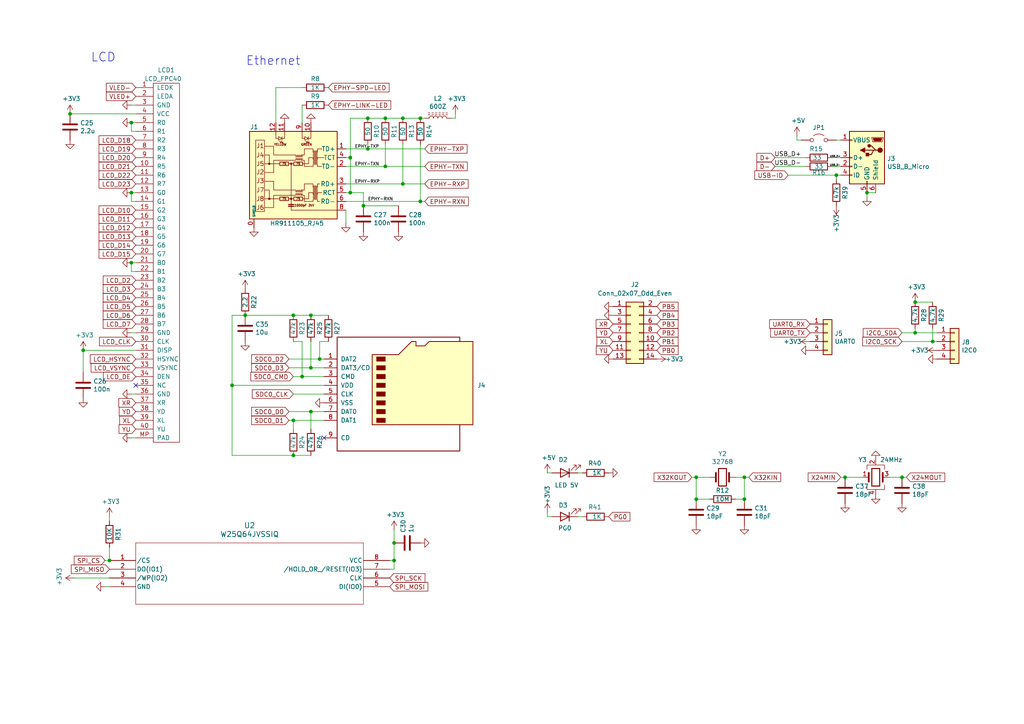
<source format=kicad_sch>
(kicad_sch (version 20231120) (generator "eeschema") (generator_version "8.0")
  (paper "A4")
  (title_block (title "Kaage Pi") (company "Abhilash") (comment 1 "https://github.com/abhilashsagar"))
  (lib_symbols
    (symbol "2025-03-08_08-51-48:W25Q64JVSSIQ" (pin_names (offset 0.254))
      (property "Reference" "U2" (at 40.64 10.16 0))
      (property "Value" "W25Q64JVSSIQ" (at 40.64 7.62 0))
      (symbol "W25Q64JVSSIQ_0_1"
        (pin unspecified line (at 0 0 0) (length 7.62) (name "/CS") (number "1"))
        (pin unspecified line (at 0 -2.54 0) (length 7.62) (name "DO(IO1)") (number "2"))
        (pin unspecified line (at 0 -5.08 0) (length 7.62) (name "/WP(IO2)") (number "3"))
        (pin power_in line (at 0 -7.62 0) (length 7.62) (name "GND") (number "4"))
        (pin unspecified line (at 81.28 -7.62 180) (length 7.62) (name "DI(IO0)") (number "5"))
        (pin unspecified line (at 81.28 -5.08 180) (length 7.62) (name "CLK") (number "6"))
        (pin unspecified line (at 81.28 -2.54 180) (length 7.62) (name "/HOLD_OR_/RESET(IO3)") (number "7"))
        (pin power_in line (at 81.28 0 180) (length 7.62) (name "VCC") (number "8"))
      )
    )
    (symbol "Connector_Generic:Conn_01x04" (pin_names (offset 1.016) hide)
      (property "Reference" "J" (at 0 5.08 0))
      (property "Value" "Conn_01x04" (at 0 -7.62 0))
      (symbol "Conn_01x04_1_1"
        (pin passive line (at -5.08 2.54 0) (length 3.81) (name "Pin_1") (number "1"))
        (pin passive line (at -5.08 0 0) (length 3.81) (name "Pin_2") (number "2"))
        (pin passive line (at -5.08 -2.54 0) (length 3.81) (name "Pin_3") (number "3"))
        (pin passive line (at -5.08 -5.08 0) (length 3.81) (name "Pin_4") (number "4"))
      )
    )
    (symbol "Connector_Generic:Conn_02x07_Odd_Even" (pin_names (offset 1.016) hide)
      (property "Reference" "J" (at 1.27 10.16 0))
      (property "Value" "Conn_02x07_Odd_Even" (at 1.27 -10.16 0))
      (symbol "Conn_02x07_Odd_Even_1_1"
        (pin passive line (at -5.08 7.62 0) (length 3.81) (name "Pin_1") (number "1"))
        (pin passive line (at 7.62 -2.54 180) (length 3.81) (name "Pin_10") (number "10"))
        (pin passive line (at -5.08 -5.08 0) (length 3.81) (name "Pin_11") (number "11"))
        (pin passive line (at 7.62 -5.08 180) (length 3.81) (name "Pin_12") (number "12"))
        (pin passive line (at -5.08 -7.62 0) (length 3.81) (name "Pin_13") (number "13"))
        (pin passive line (at 7.62 -7.62 180) (length 3.81) (name "Pin_14") (number "14"))
        (pin passive line (at 7.62 7.62 180) (length 3.81) (name "Pin_2") (number "2"))
        (pin passive line (at -5.08 5.08 0) (length 3.81) (name "Pin_3") (number "3"))
        (pin passive line (at 7.62 5.08 180) (length 3.81) (name "Pin_4") (number "4"))
        (pin passive line (at -5.08 2.54 0) (length 3.81) (name "Pin_5") (number "5"))
        (pin passive line (at 7.62 2.54 180) (length 3.81) (name "Pin_6") (number "6"))
        (pin passive line (at -5.08 0 0) (length 3.81) (name "Pin_7") (number "7"))
        (pin passive line (at 7.62 0 180) (length 3.81) (name "Pin_8") (number "8"))
        (pin passive line (at -5.08 -2.54 0) (length 3.81) (name "Pin_9") (number "9"))
      )
    )
    (symbol "Device:C" (pin_numbers hide) (pin_names (offset 0.254))
      (property "Reference" "C" (at 0.635 2.54 0))
      (property "Value" "C" (at 0.635 -2.54 0))
      (symbol "C_1_1"
        (pin passive line (at 0 3.81 270) (length 2.794) (name "~") (number "1"))
        (pin passive line (at 0 -3.81 90) (length 2.794) (name "~") (number "2"))
      )
    )
    (symbol "Device:Crystal" (pin_numbers hide) (pin_names (offset 1.016) hide)
      (property "Reference" "Y" (at 0 3.81 0))
      (property "Value" "Crystal" (at 0 -3.81 0))
      (symbol "Crystal_1_1"
        (pin passive line (at -3.81 0 0) (length 1.27) (name "1") (number "1"))
        (pin passive line (at 3.81 0 180) (length 1.27) (name "2") (number "2"))
      )
    )
    (symbol "Device:Crystal_GND24" (pin_names (offset 1.016) hide)
      (property "Reference" "Y" (at 3.175 5.08 0))
      (property "Value" "Crystal_GND24" (at 3.175 3.175 0))
      (symbol "Crystal_GND24_1_1"
        (pin passive line (at -3.81 0 0) (length 1.27) (name "1") (number "1"))
        (pin passive line (at 0 5.08 270) (length 1.27) (name "2") (number "2"))
        (pin passive line (at 3.81 0 180) (length 1.27) (name "3") (number "3"))
        (pin passive line (at 0 -5.08 90) (length 1.27) (name "4") (number "4"))
      )
    )
    (symbol "Device:LED" (pin_numbers hide) (pin_names (offset 1.016) hide)
      (property "Reference" "D" (at 0 2.54 0))
      (property "Value" "LED" (at 0 -2.54 0))
      (symbol "LED_1_1"
        (pin passive line (at -3.81 0 0) (length 2.54) (name "K") (number "1"))
        (pin passive line (at 3.81 0 180) (length 2.54) (name "A") (number "2"))
      )
    )
    (symbol "Device:R" (pin_numbers hide) (pin_names (offset 0))
      (property "Reference" "R" (at 2.032 0 90))
      (property "Value" "R" (at 0 0 90))
      (symbol "R_1_1"
        (pin passive line (at 0 3.81 270) (length 1.27) (name "~") (number "1"))
        (pin passive line (at 0 -3.81 90) (length 1.27) (name "~") (number "2"))
      )
    )
    (symbol "Jumper:Jumper_2_Open" (pin_numbers hide) (pin_names (offset 0) hide) (exclude_from_sim yes)
      (property "Reference" "JP" (at 0 2.794 0))
      (property "Value" "Jumper_2_Open" (at 0 -2.286 0))
      (symbol "Jumper_2_Open_1_1"
        (pin passive line (at -5.08 0 0) (length 2.54) (name "A") (number "1"))
        (pin passive line (at 5.08 0 180) (length 2.54) (name "B") (number "2"))
      )
    )
    (symbol "balmer_allwinner_v3s_v2-rescue:+3V3-power" (power) (pin_names (offset 0))
      (property "Value" "power_+3V3" (at 0 3.556 0))
      (symbol "+3V3-power_1_1"
        (pin power_in line (at 0 0 90) (length 0) hide (name "+3V3") (number "1"))
      )
    )
    (symbol "balmer_allwinner_v3s_v2-rescue:+5V-power" (power) (pin_names (offset 0))
      (property "Value" "power_+5V" (at 0 3.556 0))
      (symbol "+5V-power_1_1"
        (pin power_in line (at 0 0 90) (length 0) hide (name "+5V") (number "1"))
      )
    )
    (symbol "balmer_allwinner_v3s_v2-rescue:GND-power" (power) (pin_names (offset 0))
      (property "Value" "power_GND" (at 0 -3.81 0))
      (symbol "GND-power_1_1"
        (pin power_in line (at 0 0 270) (length 0) hide (name "GND") (number "1"))
      )
    )
    (symbol "balmer_allwinner_v3s_v2-rescue:HR911105_RJ45-hr911105_rj45"
      (property "Reference" "J" (at 12.7 13.97 0))
      (property "Value" "hr911105_rj45_HR911105_RJ45" (at -1.27 -13.97 0))
      (symbol "HR911105_RJ45-hr911105_rj45_0_0"
        (text "1000pF 2kV" (at 3.175 -8.763 0) (effects (font (size 0.635 0.635))))
        (text "75" (at -2.667 -6.858 0) (effects (font (size 0.635 0.635))))
        (text "75" (at -2.667 3.302 0) (effects (font (size 0.635 0.635))))
        (text "75" (at 1.397 -6.858 0) (effects (font (size 0.635 0.635))))
        (text "75" (at 1.397 3.302 0) (effects (font (size 0.635 0.635))))
        (text "GREEN" (at 3.81 8.89 0) (effects (font (size 0.635 0.635))))
        (text "J1" (at -10.795 8.509 0) (effects (font (size 1.27 1.27)) (justify left)))
        (text "J2" (at -10.795 0.889 0) (effects (font (size 1.27 1.27)) (justify left)))
        (text "J3" (at -10.795 -1.651 0) (effects (font (size 1.27 1.27)) (justify left)))
        (text "J4" (at -10.795 5.842 0) (effects (font (size 1.27 1.27)) (justify left)))
        (text "J5" (at -10.795 3.302 0) (effects (font (size 1.27 1.27)) (justify left)))
        (text "J6" (at -10.795 -9.398 0) (effects (font (size 1.27 1.27)) (justify left)))
        (text "J7" (at -10.795 -4.318 0) (effects (font (size 1.27 1.27)) (justify left)))
        (text "J8" (at -10.795 -6.858 0) (effects (font (size 1.27 1.27)) (justify left)))
        (text "YELLOW" (at -3.81 8.89 0) (effects (font (size 0.635 0.635))))
      )
      (symbol "HR911105_RJ45-hr911105_rj45_1_1"
        (pin passive line (at -11.43 -15.24 90) (length 2.54) (name "SHIELD") (number "0"))
        (pin passive line (at 15.24 7.62 180) (length 2.54) (name "TD+") (number "1"))
        (pin passive line (at 5.08 15.24 270) (length 2.54) (name "~") (number "10"))
        (pin passive line (at -2.54 15.24 270) (length 2.54) (name "~") (number "11"))
        (pin passive line (at -5.08 15.24 270) (length 2.54) (name "~") (number "12"))
        (pin passive line (at 15.24 2.54 180) (length 2.54) (name "TD-") (number "2"))
        (pin passive line (at 15.24 -2.54 180) (length 2.54) (name "RD+") (number "3"))
        (pin passive line (at 15.24 5.08 180) (length 2.54) (name "TCT") (number "4"))
        (pin passive line (at 15.24 -5.08 180) (length 2.54) (name "RCT") (number "5"))
        (pin passive line (at 15.24 -7.62 180) (length 2.54) (name "RD-") (number "6"))
        (pin passive line (at 15.24 -10.16 180) (length 2.54) (name "~") (number "8"))
        (pin passive line (at 2.54 15.24 270) (length 2.54) (name "~") (number "9"))
      )
    )
    (symbol "balmer_allwinner_v3s_v2-rescue:LCD_FPC40-balmer" (pin_names (offset 1.016))
      (property "Reference" "LCD" (at -3.81 54.61 0))
      (property "Value" "balmer_LCD_FPC40" (at -3.81 52.07 0))
      (symbol "LCD_FPC40-balmer_1_1"
        (pin input line (at -7.62 46.99 0) (length 5.08) (name "LEDK") (number "1"))
        (pin input line (at -7.62 24.13 0) (length 5.08) (name "R5") (number "10"))
        (pin input line (at -7.62 21.59 0) (length 5.08) (name "R6") (number "11"))
        (pin input line (at -7.62 19.05 0) (length 5.08) (name "R7") (number "12"))
        (pin input line (at -7.62 16.51 0) (length 5.08) (name "G0") (number "13"))
        (pin input line (at -7.62 13.97 0) (length 5.08) (name "G1") (number "14"))
        (pin input line (at -7.62 11.43 0) (length 5.08) (name "G2") (number "15"))
        (pin input line (at -7.62 8.89 0) (length 5.08) (name "G3") (number "16"))
        (pin input line (at -7.62 6.35 0) (length 5.08) (name "G4") (number "17"))
        (pin input line (at -7.62 3.81 0) (length 5.08) (name "G5") (number "18"))
        (pin input line (at -7.62 1.27 0) (length 5.08) (name "G6") (number "19"))
        (pin input line (at -7.62 44.45 0) (length 5.08) (name "LEDA") (number "2"))
        (pin input line (at -7.62 -1.27 0) (length 5.08) (name "G7") (number "20"))
        (pin input line (at -7.62 -3.81 0) (length 5.08) (name "B0") (number "21"))
        (pin input line (at -7.62 -6.35 0) (length 5.08) (name "B1") (number "22"))
        (pin input line (at -7.62 -8.89 0) (length 5.08) (name "B2") (number "23"))
        (pin input line (at -7.62 -11.43 0) (length 5.08) (name "B3") (number "24"))
        (pin input line (at -7.62 -13.97 0) (length 5.08) (name "B4") (number "25"))
        (pin input line (at -7.62 -16.51 0) (length 5.08) (name "B5") (number "26"))
        (pin input line (at -7.62 -19.05 0) (length 5.08) (name "B6") (number "27"))
        (pin input line (at -7.62 -21.59 0) (length 5.08) (name "B7") (number "28"))
        (pin input line (at -7.62 -24.13 0) (length 5.08) (name "GND") (number "29"))
        (pin input line (at -7.62 41.91 0) (length 5.08) (name "GND") (number "3"))
        (pin input line (at -7.62 -26.67 0) (length 5.08) (name "CLK") (number "30"))
        (pin input line (at -7.62 -29.21 0) (length 5.08) (name "DISP") (number "31"))
        (pin input line (at -7.62 -31.75 0) (length 5.08) (name "HSYNC") (number "32"))
        (pin input line (at -7.62 -34.29 0) (length 5.08) (name "VSYNC") (number "33"))
        (pin input line (at -7.62 -36.83 0) (length 5.08) (name "DEN") (number "34"))
        (pin input line (at -7.62 -39.37 0) (length 5.08) (name "NC") (number "35"))
        (pin input line (at -7.62 -41.91 0) (length 5.08) (name "GND") (number "36"))
        (pin input line (at -7.62 -44.45 0) (length 5.08) (name "XR") (number "37"))
        (pin input line (at -7.62 -46.99 0) (length 5.08) (name "YD") (number "38"))
        (pin input line (at -7.62 -49.53 0) (length 5.08) (name "XL") (number "39"))
        (pin input line (at -7.62 39.37 0) (length 5.08) (name "VCC") (number "4"))
        (pin input line (at -7.62 -52.07 0) (length 5.08) (name "YU") (number "40"))
        (pin input line (at -7.62 36.83 0) (length 5.08) (name "R0") (number "5"))
        (pin input line (at -7.62 34.29 0) (length 5.08) (name "R1") (number "6"))
        (pin input line (at -7.62 31.75 0) (length 5.08) (name "R2") (number "7"))
        (pin input line (at -7.62 29.21 0) (length 5.08) (name "R3") (number "8"))
        (pin input line (at -7.62 26.67 0) (length 5.08) (name "R4") (number "9"))
        (pin input line (at -7.62 -54.61 0) (length 5.08) (name "PAD") (number "MP"))
      )
    )
    (symbol "balmer_allwinner_v3s_v2-rescue:L_Core_Ferrite-Device" (pin_numbers hide) (pin_names (offset 1.016) hide)
      (property "Reference" "L" (at -1.27 0 90))
      (property "Value" "Device_L_Core_Ferrite" (at 2.794 0 90))
      (symbol "L_Core_Ferrite-Device_1_1"
        (pin passive line (at 0 3.81 270) (length 1.27) (name "1") (number "1"))
        (pin passive line (at 0 -3.81 90) (length 1.27) (name "2") (number "2"))
      )
    )
    (symbol "balmer_allwinner_v3s_v2-rescue:Micro_SD_Card_Ebay-balmer" (pin_names (offset 1.016))
      (property "Reference" "J" (at -16.51 17.78 0))
      (property "Value" "balmer_Micro_SD_Card_Ebay" (at 16.51 17.78 0))
      (symbol "Micro_SD_Card_Ebay-balmer_1_1"
        (pin bidirectional line (at -22.86 10.16 0) (length 3.81) (name "DAT2") (number "1"))
        (pin bidirectional line (at -22.86 7.62 0) (length 3.81) (name "DAT3/CD") (number "2"))
        (pin input line (at -22.86 5.08 0) (length 3.81) (name "CMD") (number "3"))
        (pin power_in line (at -22.86 2.54 0) (length 3.81) (name "VDD") (number "4"))
        (pin input line (at -22.86 0 0) (length 3.81) (name "CLK") (number "5"))
        (pin power_in line (at -22.86 -2.54 0) (length 3.81) (name "VSS") (number "6"))
        (pin bidirectional line (at -22.86 -5.08 0) (length 3.81) (name "DAT0") (number "7"))
        (pin bidirectional line (at -22.86 -7.62 0) (length 3.81) (name "DAT1") (number "8"))
        (pin passive line (at -22.86 -12.7 0) (length 3.81) (name "CD") (number "9"))
      )
    )
    (symbol "balmer_allwinner_v3s_v2-rescue:USB_B_Micro-Connector-balmer_allwinner_v3s-rescue" (pin_names (offset 1.016))
      (property "Reference" "J3" (at -5.842 -0.2794 0))
      (property "Value" "USB_B_Micro" (at -5.842 -2.5908 0))
      (symbol "USB_B_Micro-Connector-balmer_allwinner_v3s-rescue_1_1"
        (pin power_out line (at 7.62 5.08 180) (length 2.54) (name "VBUS") (number "1"))
        (pin passive line (at 7.62 -2.54 180) (length 2.54) (name "D-") (number "2"))
        (pin passive line (at 7.62 0 180) (length 2.54) (name "D+") (number "3"))
        (pin passive line (at 7.62 -5.08 180) (length 2.54) (name "ID") (number "4"))
        (pin power_in line (at 0 -10.16 90) (length 2.54) (name "GND") (number "5"))
        (pin passive line (at -2.54 -10.16 90) (length 2.54) (name "Shield") (number "6"))
      )
    )
  )
  (junction (at 85.09 132.08))
  (junction (at 90.17 106.68))
  (junction (at 38.1 76.2))
  (junction (at 71.12 91.44))
  (junction (at 121.92 34.29))
  (junction (at 111.76 34.29))
  (junction (at 116.84 53.34))
  (junction (at 114.3 157.48))
  (junction (at 87.63 109.22))
  (junction (at 38.1 35.56))
  (junction (at 38.1 55.88))
  (junction (at 90.17 91.44))
  (junction (at 116.84 34.29))
  (junction (at 106.68 43.18))
  (junction (at 20.32 33.02))
  (junction (at 85.09 121.92))
  (junction (at 114.3 162.56))
  (junction (at 92.71 104.14))
  (junction (at 106.68 34.29))
  (junction (at 101.6 45.72))
  (junction (at 111.76 48.26))
  (junction (at 265.43 96.52))
  (junction (at 261.62 138.43))
  (junction (at 270.51 99.06))
  (junction (at 245.11 138.43))
  (junction (at 201.93 138.43))
  (junction (at 265.43 87.63))
  (junction (at 101.6 55.88))
  (junction (at 105.41 59.69))
  (junction (at 85.09 91.44))
  (junction (at 215.9 138.43))
  (junction (at 242.57 50.8))
  (junction (at 90.17 119.38))
  (junction (at 67.31 111.76))
  (junction (at 121.92 58.42))
  (junction (at 201.93 144.78))
  (junction (at 31.75 162.56))
  (junction (at 215.9 144.78))
  (junction (at 251.46 55.88))
  (junction (at 24.13 101.6))
  (no_connect (at 93.98 127))
  (no_connect (at 39.37 111.76))
  (wire (pts (xy 87.63 109.22) (xy 87.63 99.06)))
  (wire (pts (xy 167.64 137.16) (xy 168.91 137.16)))
  (wire (pts (xy 90.17 124.46) (xy 90.17 119.38)))
  (wire (pts (xy 39.37 127) (xy 38.1 127)))
  (wire (pts (xy 111.76 48.26) (xy 123.19 48.26)))
  (wire (pts (xy 105.41 59.69) (xy 105.41 55.88)))
  (wire (pts (xy 90.17 91.44) (xy 85.09 91.44)))
  (wire (pts (xy 24.13 101.6) (xy 39.37 101.6)))
  (wire (pts (xy 101.6 55.88) (xy 101.6 45.72)))
  (wire (pts (xy 101.6 45.72) (xy 101.6 34.29)))
  (wire (pts (xy 261.62 96.52) (xy 265.43 96.52)))
  (wire (pts (xy 245.11 138.43) (xy 243.84 138.43)))
  (wire (pts (xy 39.37 78.74) (xy 38.1 78.74)))
  (wire (pts (xy 261.62 138.43) (xy 262.89 138.43)))
  (wire (pts (xy 116.84 34.29) (xy 121.92 34.29)))
  (wire (pts (xy 92.71 104.14) (xy 83.82 104.14)))
  (wire (pts (xy 67.31 132.08) (xy 85.09 132.08)))
  (wire (pts (xy 90.17 132.08) (xy 85.09 132.08)))
  (wire (pts (xy 39.37 33.02) (xy 20.32 33.02)))
  (wire (pts (xy 201.93 138.43) (xy 201.93 144.78)))
  (wire (pts (xy 111.76 34.29) (xy 116.84 34.29)))
  (wire (pts (xy 100.33 48.26) (xy 111.76 48.26)))
  (wire (pts (xy 265.43 96.52) (xy 265.43 95.25)))
  (wire (pts (xy 243.84 40.64) (xy 242.57 40.64)))
  (wire (pts (xy 100.33 60.96) (xy 100.33 64.77)))
  (wire (pts (xy 87.63 99.06) (xy 85.09 99.06)))
  (wire (pts (xy 200.66 138.43) (xy 201.93 138.43)))
  (wire (pts (xy 115.57 59.69) (xy 105.41 59.69)))
  (wire (pts (xy 205.74 144.78) (xy 201.93 144.78)))
  (wire (pts (xy 80.01 25.4) (xy 87.63 25.4)))
  (wire (pts (xy 250.19 138.43) (xy 245.11 138.43)))
  (wire (pts (xy 92.71 104.14) (xy 92.71 99.06)))
  (wire (pts (xy 261.62 99.06) (xy 270.51 99.06)))
  (wire (pts (xy 30.48 162.56) (xy 31.75 162.56)))
  (wire (pts (xy 39.37 114.3) (xy 38.1 114.3)))
  (wire (pts (xy 39.37 96.52) (xy 38.1 96.52)))
  (wire (pts (xy 114.3 157.48) (xy 114.3 162.56)))
  (wire (pts (xy 39.37 30.48) (xy 38.1 30.48)))
  (wire (pts (xy 90.17 119.38) (xy 83.82 119.38)))
  (wire (pts (xy 93.98 111.76) (xy 67.31 111.76)))
  (wire (pts (xy 67.31 111.76) (xy 67.31 91.44)))
  (wire (pts (xy 39.37 58.42) (xy 38.1 58.42)))
  (wire (pts (xy 121.92 58.42) (xy 123.19 58.42)))
  (wire (pts (xy 228.6 50.8) (xy 242.57 50.8)))
  (wire (pts (xy 93.98 109.22) (xy 87.63 109.22)))
  (wire (pts (xy 106.68 34.29) (xy 111.76 34.29)))
  (wire (pts (xy 270.51 95.25) (xy 270.51 99.06)))
  (wire (pts (xy 254 55.88) (xy 251.46 55.88)))
  (wire (pts (xy 224.79 48.26) (xy 233.68 48.26)))
  (wire (pts (xy 130.81 34.29) (xy 132.08 34.29)))
  (wire (pts (xy 231.14 40.64) (xy 231.14 39.37)))
  (wire (pts (xy 270.51 99.06) (xy 271.78 99.06)))
  (wire (pts (xy 213.36 138.43) (xy 215.9 138.43)))
  (wire (pts (xy 100.33 53.34) (xy 116.84 53.34)))
  (wire (pts (xy 90.17 106.68) (xy 83.82 106.68)))
  (wire (pts (xy 111.76 41.91) (xy 111.76 48.26)))
  (wire (pts (xy 85.09 124.46) (xy 85.09 121.92)))
  (wire (pts (xy 93.98 106.68) (xy 90.17 106.68)))
  (wire (pts (xy 113.03 165.1) (xy 114.3 165.1)))
  (wire (pts (xy 113.03 162.56) (xy 114.3 162.56)))
  (wire (pts (xy 158.75 149.86) (xy 160.02 149.86)))
  (wire (pts (xy 67.31 111.76) (xy 67.31 132.08)))
  (wire (pts (xy 106.68 43.18) (xy 123.19 43.18)))
  (wire (pts (xy 90.17 91.44) (xy 95.25 91.44)))
  (wire (pts (xy 265.43 96.52) (xy 271.78 96.52)))
  (wire (pts (xy 242.57 50.8) (xy 243.84 50.8)))
  (wire (pts (xy 116.84 53.34) (xy 123.19 53.34)))
  (wire (pts (xy 38.1 38.1) (xy 38.1 35.56)))
  (wire (pts (xy 132.08 34.29) (xy 132.08 33.02)))
  (wire (pts (xy 87.63 109.22) (xy 85.09 109.22)))
  (wire (pts (xy 39.37 76.2) (xy 38.1 76.2)))
  (wire (pts (xy 38.1 58.42) (xy 38.1 55.88)))
  (wire (pts (xy 158.75 137.16) (xy 160.02 137.16)))
  (wire (pts (xy 31.75 149.86) (xy 31.75 151.13)))
  (wire (pts (xy 251.46 57.15) (xy 251.46 55.88)))
  (wire (pts (xy 241.3 45.72) (xy 243.84 45.72)))
  (wire (pts (xy 241.3 48.26) (xy 243.84 48.26)))
  (wire (pts (xy 232.41 40.64) (xy 231.14 40.64)))
  (wire (pts (xy 205.74 138.43) (xy 201.93 138.43)))
  (wire (pts (xy 67.31 91.44) (xy 71.12 91.44)))
  (wire (pts (xy 80.01 35.56) (xy 80.01 25.4)))
  (wire (pts (xy 93.98 104.14) (xy 92.71 104.14)))
  (wire (pts (xy 93.98 114.3) (xy 85.09 114.3)))
  (wire (pts (xy 215.9 138.43) (xy 215.9 144.78)))
  (wire (pts (xy 85.09 91.44) (xy 71.12 91.44)))
  (wire (pts (xy 270.51 87.63) (xy 265.43 87.63)))
  (wire (pts (xy 90.17 106.68) (xy 90.17 99.06)))
  (wire (pts (xy 167.64 149.86) (xy 168.91 149.86)))
  (wire (pts (xy 213.36 144.78) (xy 215.9 144.78)))
  (wire (pts (xy 21.59 167.64) (xy 31.75 167.64)))
  (wire (pts (xy 101.6 34.29) (xy 106.68 34.29)))
  (wire (pts (xy 123.19 34.29) (xy 121.92 34.29)))
  (wire (pts (xy 93.98 121.92) (xy 85.09 121.92)))
  (wire (pts (xy 39.37 55.88) (xy 38.1 55.88)))
  (wire (pts (xy 257.81 138.43) (xy 261.62 138.43)))
  (wire (pts (xy 85.09 121.92) (xy 83.82 121.92)))
  (wire (pts (xy 121.92 41.91) (xy 121.92 58.42)))
  (wire (pts (xy 114.3 153.67) (xy 114.3 157.48)))
  (wire (pts (xy 39.37 35.56) (xy 38.1 35.56)))
  (wire (pts (xy 116.84 41.91) (xy 116.84 53.34)))
  (wire (pts (xy 114.3 165.1) (xy 114.3 162.56)))
  (wire (pts (xy 100.33 43.18) (xy 106.68 43.18)))
  (wire (pts (xy 31.75 158.75) (xy 31.75 162.56)))
  (wire (pts (xy 38.1 78.74) (xy 38.1 76.2)))
  (wire (pts (xy 39.37 38.1) (xy 38.1 38.1)))
  (wire (pts (xy 87.63 35.56) (xy 87.63 30.48)))
  (wire (pts (xy 93.98 119.38) (xy 90.17 119.38)))
  (wire (pts (xy 30.48 170.18) (xy 31.75 170.18)))
  (wire (pts (xy 100.33 55.88) (xy 101.6 55.88)))
  (wire (pts (xy 217.17 138.43) (xy 215.9 138.43)))
  (wire (pts (xy 24.13 101.6) (xy 24.13 107.95)))
  (wire (pts (xy 105.41 55.88) (xy 101.6 55.88)))
  (wire (pts (xy 224.79 45.72) (xy 233.68 45.72)))
  (wire (pts (xy 106.68 41.91) (xy 106.68 43.18)))
  (wire (pts (xy 242.57 50.8) (xy 242.57 52.07)))
  (wire (pts (xy 100.33 58.42) (xy 121.92 58.42)))
  (wire (pts (xy 92.71 99.06) (xy 95.25 99.06)))
  (wire (pts (xy 100.33 45.72) (xy 101.6 45.72)))
  (wire (pts (xy 158.75 148.59) (xy 158.75 149.86)))
  (text "LCD" (at 29.972 16.764 0) (effects (font (size 2.54 2.54))))
  (text "Ethernet" (at 79.248 17.78 0) (effects (font (size 2.54 2.54))))
  (label "USB_D-" (at 243.84 48.26 180) (effects (font (size 0.508 0.508))))
  (label "USB_D+" (at 243.84 45.72 180) (effects (font (size 0.508 0.508))))
  (label "EPHY-RXN" (at 106.68 58.42 0) (effects (font (size 0.889 0.889))))
  (label "EPHY-TXP" (at 102.87 43.18 0) (effects (font (size 0.889 0.889))))
  (label "USB_D+" (at 232.41 45.72 180))
  (label "EPHY-TXN" (at 102.87 48.26 0) (effects (font (size 0.889 0.889))))
  (label "EPHY-RXP" (at 102.87 53.34 0) (effects (font (size 0.889 0.889))))
  (label "USB_D-" (at 232.41 48.26 180))
  (global_label "YU" (shape input) (at 177.8 101.6 180) (property "Intersheetrefs" "${INTERSHEET_REFS}" (effects (hide yes))))
  (global_label "XL" (shape input) (at 39.37 121.92 180) (property "Intersheetrefs" "${INTERSHEET_REFS}" (effects (hide yes))))
  (global_label "PB3" (shape input) (at 190.5 93.98 0) (property "Intersheetrefs" "${INTERSHEET_REFS}" (effects (hide yes))))
  (global_label "LCD_D21" (shape input) (at 39.37 48.26 180) (property "Intersheetrefs" "${INTERSHEET_REFS}" (effects (hide yes))))
  (global_label "LCD_DE" (shape input) (at 39.37 109.22 180) (property "Intersheetrefs" "${INTERSHEET_REFS}" (effects (hide yes))))
  (global_label "LCD_D22" (shape input) (at 39.37 50.8 180) (property "Intersheetrefs" "${INTERSHEET_REFS}" (effects (hide yes))))
  (global_label "SDC0_D2" (shape input) (at 83.82 104.14 180) (property "Intersheetrefs" "${INTERSHEET_REFS}" (effects (hide yes))))
  (global_label "LCD_D5" (shape input) (at 39.37 88.9 180) (property "Intersheetrefs" "${INTERSHEET_REFS}" (effects (hide yes))))
  (global_label "EPHY-TXN" (shape input) (at 123.19 48.26 0) (property "Intersheetrefs" "${INTERSHEET_REFS}" (effects (hide yes))))
  (global_label "X24MIN" (shape input) (at 243.84 138.43 180) (property "Intersheetrefs" "${INTERSHEET_REFS}" (effects (hide yes))))
  (global_label "SDC0_CMD" (shape input) (at 85.09 109.22 180) (property "Intersheetrefs" "${INTERSHEET_REFS}" (effects (hide yes))))
  (global_label "SPI_SCK" (shape input) (at 113.03 167.64 0) (property "Intersheetrefs" "${INTERSHEET_REFS}" (effects (hide yes))))
  (global_label "EPHY-RXP" (shape input) (at 123.19 53.34 0) (property "Intersheetrefs" "${INTERSHEET_REFS}" (effects (hide yes))))
  (global_label "SDC0_D0" (shape input) (at 83.82 119.38 180) (property "Intersheetrefs" "${INTERSHEET_REFS}" (effects (hide yes))))
  (global_label "PB2" (shape input) (at 190.5 96.52 0) (property "Intersheetrefs" "${INTERSHEET_REFS}" (effects (hide yes))))
  (global_label "YD" (shape input) (at 177.8 96.52 180) (property "Intersheetrefs" "${INTERSHEET_REFS}" (effects (hide yes))))
  (global_label "LCD_HSYNC" (shape input) (at 39.37 104.14 180) (property "Intersheetrefs" "${INTERSHEET_REFS}" (effects (hide yes))))
  (global_label "LCD_D3" (shape input) (at 39.37 83.82 180) (property "Intersheetrefs" "${INTERSHEET_REFS}" (effects (hide yes))))
  (global_label "SPI_MOSI" (shape input) (at 113.03 170.18 0) (property "Intersheetrefs" "${INTERSHEET_REFS}" (effects (hide yes))))
  (global_label "LCD_D14" (shape input) (at 39.37 71.12 180) (property "Intersheetrefs" "${INTERSHEET_REFS}" (effects (hide yes))))
  (global_label "X32KOUT" (shape input) (at 200.66 138.43 180) (property "Intersheetrefs" "${INTERSHEET_REFS}" (effects (hide yes))))
  (global_label "XR" (shape input) (at 177.8 93.98 180) (property "Intersheetrefs" "${INTERSHEET_REFS}" (effects (hide yes))))
  (global_label "EPHY-RXN" (shape input) (at 123.19 58.42 0) (property "Intersheetrefs" "${INTERSHEET_REFS}" (effects (hide yes))))
  (global_label "I2C0_SCK" (shape input) (at 261.62 99.06 180) (property "Intersheetrefs" "${INTERSHEET_REFS}" (effects (hide yes))))
  (global_label "EPHY-TXP" (shape input) (at 123.19 43.18 0) (property "Intersheetrefs" "${INTERSHEET_REFS}" (effects (hide yes))))
  (global_label "VLED+" (shape input) (at 39.37 27.94 180) (property "Intersheetrefs" "${INTERSHEET_REFS}" (effects (hide yes))))
  (global_label "LCD_CLK" (shape input) (at 39.37 99.06 180) (property "Intersheetrefs" "${INTERSHEET_REFS}" (effects (hide yes))))
  (global_label "D+" (shape input) (at 224.79 45.72 180) (property "Intersheetrefs" "${INTERSHEET_REFS}" (effects (hide yes))))
  (global_label "SDC0_D1" (shape input) (at 83.82 121.92 180) (property "Intersheetrefs" "${INTERSHEET_REFS}" (effects (hide yes))))
  (global_label "YD" (shape input) (at 39.37 119.38 180) (property "Intersheetrefs" "${INTERSHEET_REFS}" (effects (hide yes))))
  (global_label "LCD_D23" (shape input) (at 39.37 53.34 180) (property "Intersheetrefs" "${INTERSHEET_REFS}" (effects (hide yes))))
  (global_label "LCD_D15" (shape input) (at 39.37 73.66 180) (property "Intersheetrefs" "${INTERSHEET_REFS}" (effects (hide yes))))
  (global_label "EPHY-LINK-LED" (shape input) (at 95.25 30.48 0) (property "Intersheetrefs" "${INTERSHEET_REFS}" (effects (hide yes))))
  (global_label "LCD_D20" (shape input) (at 39.37 45.72 180) (property "Intersheetrefs" "${INTERSHEET_REFS}" (effects (hide yes))))
  (global_label "EPHY-SPD-LED" (shape input) (at 95.25 25.4 0) (property "Intersheetrefs" "${INTERSHEET_REFS}" (effects (hide yes))))
  (global_label "LCD_VSYNC" (shape input) (at 39.37 106.68 180) (property "Intersheetrefs" "${INTERSHEET_REFS}" (effects (hide yes))))
  (global_label "UART0_RX" (shape input) (at 234.95 93.98 180) (property "Intersheetrefs" "${INTERSHEET_REFS}" (effects (hide yes))))
  (global_label "LCD_D7" (shape input) (at 39.37 93.98 180) (property "Intersheetrefs" "${INTERSHEET_REFS}" (effects (hide yes))))
  (global_label "PG0" (shape input) (at 176.53 149.86 0) (property "Intersheetrefs" "${INTERSHEET_REFS}" (effects (hide yes))))
  (global_label "PB5" (shape input) (at 190.5 88.9 0) (property "Intersheetrefs" "${INTERSHEET_REFS}" (effects (hide yes))))
  (global_label "SPI_MISO" (shape input) (at 31.75 165.1 180) (property "Intersheetrefs" "${INTERSHEET_REFS}" (effects (hide yes))))
  (global_label "SPI_CS" (shape input) (at 30.48 162.56 180) (property "Intersheetrefs" "${INTERSHEET_REFS}" (effects (hide yes))))
  (global_label "LCD_D11" (shape input) (at 39.37 63.5 180) (property "Intersheetrefs" "${INTERSHEET_REFS}" (effects (hide yes))))
  (global_label "LCD_D19" (shape input) (at 39.37 43.18 180) (property "Intersheetrefs" "${INTERSHEET_REFS}" (effects (hide yes))))
  (global_label "LCD_D2" (shape input) (at 39.37 81.28 180) (property "Intersheetrefs" "${INTERSHEET_REFS}" (effects (hide yes))))
  (global_label "PB0" (shape input) (at 190.5 101.6 0) (property "Intersheetrefs" "${INTERSHEET_REFS}" (effects (hide yes))))
  (global_label "UART0_TX" (shape input) (at 234.95 96.52 180) (property "Intersheetrefs" "${INTERSHEET_REFS}" (effects (hide yes))))
  (global_label "LCD_D13" (shape input) (at 39.37 68.58 180) (property "Intersheetrefs" "${INTERSHEET_REFS}" (effects (hide yes))))
  (global_label "USB-ID" (shape input) (at 228.6 50.8 180) (property "Intersheetrefs" "${INTERSHEET_REFS}" (effects (hide yes))))
  (global_label "I2C0_SDA" (shape input) (at 261.62 96.52 180) (property "Intersheetrefs" "${INTERSHEET_REFS}" (effects (hide yes))))
  (global_label "VLED-" (shape input) (at 39.37 25.4 180) (property "Intersheetrefs" "${INTERSHEET_REFS}" (effects (hide yes))))
  (global_label "YU" (shape input) (at 39.37 124.46 180) (property "Intersheetrefs" "${INTERSHEET_REFS}" (effects (hide yes))))
  (global_label "XL" (shape input) (at 177.8 99.06 180) (property "Intersheetrefs" "${INTERSHEET_REFS}" (effects (hide yes))))
  (global_label "PB4" (shape input) (at 190.5 91.44 0) (property "Intersheetrefs" "${INTERSHEET_REFS}" (effects (hide yes))))
  (global_label "X24MOUT" (shape input) (at 262.89 138.43 0) (property "Intersheetrefs" "${INTERSHEET_REFS}" (effects (hide yes))))
  (global_label "LCD_D12" (shape input) (at 39.37 66.04 180) (property "Intersheetrefs" "${INTERSHEET_REFS}" (effects (hide yes))))
  (global_label "LCD_D6" (shape input) (at 39.37 91.44 180) (property "Intersheetrefs" "${INTERSHEET_REFS}" (effects (hide yes))))
  (global_label "SDC0_CLK" (shape input) (at 85.09 114.3 180) (property "Intersheetrefs" "${INTERSHEET_REFS}" (effects (hide yes))))
  (global_label "D-" (shape input) (at 224.79 48.26 180) (property "Intersheetrefs" "${INTERSHEET_REFS}" (effects (hide yes))))
  (global_label "XR" (shape input) (at 39.37 116.84 180) (property "Intersheetrefs" "${INTERSHEET_REFS}" (effects (hide yes))))
  (global_label "X32KIN" (shape input) (at 217.17 138.43 0) (property "Intersheetrefs" "${INTERSHEET_REFS}" (effects (hide yes))))
  (global_label "LCD_D18" (shape input) (at 39.37 40.64 180) (property "Intersheetrefs" "${INTERSHEET_REFS}" (effects (hide yes))))
  (global_label "LCD_D10" (shape input) (at 39.37 60.96 180) (property "Intersheetrefs" "${INTERSHEET_REFS}" (effects (hide yes))))
  (global_label "SDC0_D3" (shape input) (at 83.82 106.68 180) (property "Intersheetrefs" "${INTERSHEET_REFS}" (effects (hide yes))))
  (global_label "PB1" (shape input) (at 190.5 99.06 0) (property "Intersheetrefs" "${INTERSHEET_REFS}" (effects (hide yes))))
  (global_label "LCD_D4" (shape input) (at 39.37 86.36 180) (property "Intersheetrefs" "${INTERSHEET_REFS}" (effects (hide yes))))
  (symbol (lib_id "Connector_Generic:Conn_02x07_Odd_Even") (at 182.88 96.52 0) (unit 1)
    (property "Reference" "J2" (at 184.15 82.55 0))
    (property "Value" "Conn_02x07_Odd_Even" (at 184.15 85.09 0))
    (property "Footprint" "Connector_PinSocket_2.54mm:PinSocket_2x07_P2.54mm_Vertical" (effects (hide yes)))
    (property "Description" "Generic connector, double row, 02x07, odd/even pin numbering scheme (row 1 odd numbers, row 2 even numbers), script generated (kicad-library-utils/schlib/autogen/connector/)" (effects (hide yes)))
  )
  (symbol (lib_id "balmer_allwinner_v3s_v2-rescue:GND-power") (at 105.41 67.31 0) (unit 1)
    (property "Reference" "#PWR065" (effects (hide yes)))
    (property "Value" "GND" (effects (hide yes)))
  )
  (symbol (lib_id "balmer_allwinner_v3s_v2-rescue:GND-power") (at 30.48 170.18 270) (unit 1)
    (property "Reference" "#PWR0102" (effects (hide yes)))
    (property "Value" "GND" (effects (hide yes)))
  )
  (symbol (lib_id "balmer_allwinner_v3s_v2-rescue:+3V3-power") (at 20.32 33.02 0) (unit 1)
    (property "Reference" "#PWR08" (effects (hide yes)))
    (property "Value" "+3V3" (at 20.701 28.6258 0))
  )
  (symbol (lib_id "Device:R") (at 90.17 95.25 180) (unit 1)
    (property "Reference" "R25" (at 92.71 95.25 90))
    (property "Value" "47k" (at 90.17 95.25 90))
    (property "Footprint" "Resistor_SMD:R_0603_1608Metric" (effects (hide yes)))
  )
  (symbol (lib_id "balmer_allwinner_v3s_v2-rescue:+3V3-power") (at 31.75 149.86 0) (unit 1)
    (property "Reference" "#PWR069" (effects (hide yes)))
    (property "Value" "+3V3" (at 32.131 145.4658 0))
  )
  (symbol (lib_id "Device:C") (at 105.41 63.5 0) (unit 1)
    (property "Reference" "C27" (at 108.331 62.3316 0) (effects (justify left)))
    (property "Value" "100n" (at 108.331 64.643 0) (effects (justify left)))
    (property "Footprint" "Capacitor_SMD:C_0603_1608Metric" (effects (hide yes)))
  )
  (symbol (lib_id "Device:R") (at 209.55 144.78 270) (unit 1)
    (property "Reference" "R12" (at 209.55 142.24 90))
    (property "Value" "10M" (at 209.55 144.78 90))
    (property "Footprint" "Resistor_SMD:R_0805_2012Metric" (effects (hide yes)))
  )
  (symbol (lib_id "Device:R") (at 116.84 38.1 180) (unit 1)
    (property "Reference" "R13" (at 119.38 38.1 90))
    (property "Value" "50" (at 116.84 38.1 90))
    (property "Footprint" "Resistor_SMD:R_0603_1608Metric" (effects (hide yes)))
  )
  (symbol (lib_id "Device:R") (at 71.12 87.63 180) (unit 1)
    (property "Reference" "R22" (at 73.66 87.63 90))
    (property "Value" "2.2" (at 71.12 87.63 90))
    (property "Footprint" "Resistor_SMD:R_0603_1608Metric" (effects (hide yes)))
  )
  (symbol (lib_id "Device:R") (at 172.72 149.86 90) (unit 1)
    (property "Reference" "R41" (at 174.498 147.066 90) (effects (justify left)))
    (property "Value" "1K" (at 174.498 149.86 90) (effects (justify left)))
    (property "Footprint" "Resistor_SMD:R_0603_1608Metric" (effects (hide yes)))
  )
  (symbol (lib_id "Device:R") (at 242.57 55.88 180) (unit 1)
    (property "Reference" "R39" (at 245.11 55.88 90))
    (property "Value" "47k" (at 242.57 55.88 90))
    (property "Footprint" "Resistor_SMD:R_0603_1608Metric" (effects (hide yes)))
  )
  (symbol (lib_id "Device:C") (at 24.13 111.76 0) (unit 1)
    (property "Reference" "C26" (at 27.051 110.5916 0) (effects (justify left)))
    (property "Value" "100n" (at 27.051 112.903 0) (effects (justify left)))
    (property "Footprint" "Capacitor_SMD:C_0603_1608Metric" (effects (hide yes)))
  )
  (symbol (lib_id "balmer_allwinner_v3s_v2-rescue:Micro_SD_Card_Ebay-balmer") (at 116.84 114.3 0) (unit 1)
    (property "Reference" "J4" (at 138.43 111.76 0) (effects (justify left)))
    (property "Value" "Micro_SD_Card_Ebay" (effects (hide yes)))
    (property "Footprint" "allwinnerv3s:micro_sd_card" (effects (hide yes)))
    (property "Datasheet" "https://www.hirose.com/product/en/download_file/key_name/DM3/category/Catalog/doc_file_id/49662/?file_category_id=4&item_id=195&is_series=1" (effects (hide yes)))
  )
  (symbol (lib_id "balmer_allwinner_v3s_v2-rescue:GND-power") (at 115.57 67.31 0) (unit 1)
    (property "Reference" "#PWR066" (effects (hide yes)))
    (property "Value" "GND" (effects (hide yes)))
  )
  (symbol (lib_id "balmer_allwinner_v3s_v2-rescue:GND-power") (at 38.1 76.2 270) (unit 1)
    (property "Reference" "#PWR057" (effects (hide yes)))
    (property "Value" "GND" (effects (hide yes)))
  )
  (symbol (lib_id "Device:R") (at 270.51 91.44 180) (unit 1)
    (property "Reference" "R29" (at 273.05 91.44 90))
    (property "Value" "4.7k" (at 270.51 91.44 90))
    (property "Footprint" "Resistor_SMD:R_0603_1608Metric" (effects (hide yes)))
  )
  (symbol (lib_id "balmer_allwinner_v3s_v2-rescue:GND-power") (at 177.8 91.44 270) (unit 1)
    (property "Reference" "#PWR076" (effects (hide yes)))
    (property "Value" "GND" (effects (hide yes)))
  )
  (symbol (lib_id "balmer_allwinner_v3s_v2-rescue:+5V-power") (at 158.75 137.16 0) (unit 1)
    (property "Reference" "#PWR091" (effects (hide yes)))
    (property "Value" "+5V" (at 159.131 132.7658 0))
  )
  (symbol (lib_id "balmer_allwinner_v3s_v2-rescue:GND-power") (at 261.62 146.05 0) (unit 1)
    (property "Reference" "#PWR0101" (effects (hide yes)))
    (property "Value" "GND" (effects (hide yes)))
  )
  (symbol (lib_id "Device:R") (at 265.43 91.44 180) (unit 1)
    (property "Reference" "R28" (at 267.97 91.44 90))
    (property "Value" "4.7k" (at 265.43 91.44 90))
    (property "Footprint" "Resistor_SMD:R_0603_1608Metric" (effects (hide yes)))
  )
  (symbol (lib_id "balmer_allwinner_v3s_v2-rescue:GND-power") (at 176.53 137.16 90) (unit 1)
    (property "Reference" "#PWR097" (effects (hide yes)))
    (property "Value" "GND" (effects (hide yes)))
  )
  (symbol (lib_id "balmer_allwinner_v3s_v2-rescue:L_Core_Ferrite-Device") (at 127 34.29 90) (unit 1)
    (property "Reference" "L2" (at 127 28.575 90))
    (property "Value" "600Z" (at 127 30.8864 90))
    (property "Footprint" "Inductor_SMD:L_0603_1608Metric" (effects (hide yes)))
  )
  (symbol (lib_id "Device:C") (at 115.57 63.5 0) (unit 1)
    (property "Reference" "C28" (at 118.491 62.3316 0) (effects (justify left)))
    (property "Value" "100n" (at 118.491 64.643 0) (effects (justify left)))
    (property "Footprint" "Capacitor_SMD:C_0603_1608Metric" (effects (hide yes)))
  )
  (symbol (lib_id "Device:R") (at 106.68 38.1 180) (unit 1)
    (property "Reference" "R10" (at 109.22 38.1 90))
    (property "Value" "50" (at 106.68 38.1 90))
    (property "Footprint" "Resistor_SMD:R_0603_1608Metric" (effects (hide yes)))
  )
  (symbol (lib_id "Device:C") (at 20.32 36.83 0) (unit 1)
    (property "Reference" "C25" (at 23.241 35.6616 0) (effects (justify left)))
    (property "Value" "2.2u" (at 23.241 37.973 0) (effects (justify left)))
    (property "Footprint" "Capacitor_SMD:C_0805_2012Metric" (effects (hide yes)))
  )
  (symbol (lib_id "Device:R") (at 237.49 48.26 270) (unit 1)
    (property "Reference" "R16" (at 237.49 50.038 90))
    (property "Value" "33" (at 237.49 48.26 90))
    (property "Footprint" "Resistor_SMD:R_0603_1608Metric" (effects (hide yes)))
  )
  (symbol (lib_id "balmer_allwinner_v3s_v2-rescue:GND-power") (at 38.1 30.48 270) (unit 1)
    (property "Reference" "#PWR054" (effects (hide yes)))
    (property "Value" "GND" (effects (hide yes)))
  )
  (symbol (lib_id "balmer_allwinner_v3s_v2-rescue:+3V3-power") (at 242.57 59.69 180) (unit 1)
    (property "Reference" "#PWR090" (effects (hide yes)))
    (property "Value" "+3V3" (at 242.57 64.77 90))
  )
  (symbol (lib_id "balmer_allwinner_v3s_v2-rescue:HR911105_RJ45-hr911105_rj45") (at 85.09 50.8 0) (unit 1)
    (property "Reference" "J1" (at 74.93 36.83 0) (effects (justify right)))
    (property "Value" "HR911105_RJ45" (at 93.98 64.77 0) (effects (justify right)))
    (property "Footprint" "allwinnerv3s:HR911105_RJ45" (effects (hide yes)))
    (property "Datasheet" "HR911105_RJ45" (effects (hide yes)))
  )
  (symbol (lib_id "Device:C") (at 245.11 142.24 0) (unit 1)
    (property "Reference" "C37" (at 248.031 141.0716 0) (effects (justify left)))
    (property "Value" "18pF" (at 248.031 143.383 0) (effects (justify left)))
    (property "Footprint" "Capacitor_SMD:C_0603_1608Metric" (effects (hide yes)))
  )
  (symbol (lib_id "balmer_allwinner_v3s_v2-rescue:GND-power") (at 71.12 99.06 0) (unit 1)
    (property "Reference" "#PWR078" (effects (hide yes)))
    (property "Value" "GND" (effects (hide yes)))
  )
  (symbol (lib_id "balmer_allwinner_v3s_v2-rescue:USB_B_Micro-Connector-balmer_allwinner_v3s-rescue") (at 251.46 45.72 0) (mirror y) (unit 1)
    (property "Reference" "J3" (at 257.302 45.9994 0) (effects (justify right)))
    (property "Value" "USB_B_Micro" (at 257.302 48.3108 0) (effects (justify right)))
    (property "Footprint" "Connector_USB:USB_Micro-B_Molex-105017-0001" (effects (hide yes)))
  )
  (symbol (lib_id "Connector_Generic:Conn_01x04") (at 240.03 96.52 0) (unit 1)
    (property "Reference" "J5" (at 242.062 96.7232 0) (effects (justify left)))
    (property "Value" "UART0" (at 242.062 99.0346 0) (effects (justify left)))
    (property "Footprint" "Connector_PinSocket_2.00mm:PinSocket_1x04_P2.00mm_Vertical" (effects (hide yes)))
  )
  (symbol (lib_id "balmer_allwinner_v3s_v2-rescue:GND-power") (at 245.11 146.05 0) (unit 1)
    (property "Reference" "#PWR098" (effects (hide yes)))
    (property "Value" "GND" (effects (hide yes)))
  )
  (symbol (lib_id "balmer_allwinner_v3s_v2-rescue:GND-power") (at 38.1 96.52 270) (unit 1)
    (property "Reference" "#PWR058" (effects (hide yes)))
    (property "Value" "GND" (effects (hide yes)))
  )
  (symbol (lib_id "Device:R") (at 91.44 25.4 270) (unit 1)
    (property "Reference" "R8" (at 91.44 22.86 90))
    (property "Value" "1K" (at 91.44 25.4 90))
    (property "Footprint" "Resistor_SMD:R_0603_1608Metric" (effects (hide yes)))
  )
  (symbol (lib_id "balmer_allwinner_v3s_v2-rescue:GND-power") (at 177.8 88.9 270) (unit 1)
    (property "Reference" "#PWR083" (effects (hide yes)))
    (property "Value" "GND" (effects (hide yes)))
  )
  (symbol (lib_id "balmer_allwinner_v3s_v2-rescue:GND-power") (at 20.32 40.64 0) (unit 1)
    (property "Reference" "#PWR051" (effects (hide yes)))
    (property "Value" "GND" (effects (hide yes)))
  )
  (symbol (lib_id "Device:Crystal") (at 209.55 138.43 0) (unit 1)
    (property "Reference" "Y2" (at 209.55 131.6228 0))
    (property "Value" "32768" (at 209.55 133.9342 0))
    (property "Footprint" "Crystal:Crystal_C26-LF_D2.1mm_L6.5mm_Horizontal" (effects (hide yes)))
  )
  (symbol (lib_id "Device:R") (at 172.72 137.16 90) (unit 1)
    (property "Reference" "R40" (at 174.498 134.366 90) (effects (justify left)))
    (property "Value" "1K" (at 174.498 137.16 90) (effects (justify left)))
    (property "Footprint" "Resistor_SMD:R_0603_1608Metric" (effects (hide yes)))
  )
  (symbol (lib_id "balmer_allwinner_v3s_v2-rescue:GND-power") (at 100.33 64.77 0) (unit 1)
    (property "Reference" "#PWR064" (effects (hide yes)))
    (property "Value" "GND" (effects (hide yes)))
  )
  (symbol (lib_id "Device:Crystal_GND24") (at 254 138.43 0) (unit 1)
    (property "Reference" "Y3" (at 248.92 133.35 0) (effects (justify left)))
    (property "Value" "24MHz" (at 255.27 133.35 0) (effects (justify left)))
    (property "Footprint" "Crystal:Crystal_SMD_3225-4Pin_3.2x2.5mm" (effects (hide yes)))
  )
  (symbol (lib_id "Device:R") (at 237.49 45.72 270) (unit 1)
    (property "Reference" "R15" (at 236.728 43.18 90))
    (property "Value" "33" (at 236.982 45.72 90))
    (property "Footprint" "Resistor_SMD:R_0603_1608Metric" (effects (hide yes)))
  )
  (symbol (lib_id "balmer_allwinner_v3s_v2-rescue:+3V3-power") (at 190.5 104.14 270) (unit 1)
    (property "Reference" "#PWR084" (effects (hide yes)))
    (property "Value" "+3V3" (at 195.58 104.14 90))
  )
  (symbol (lib_id "balmer_allwinner_v3s_v2-rescue:LCD_FPC40-balmer") (at 46.99 72.39 0) (unit 1)
    (property "Reference" "LCD1" (at 45.72 20.32 0) (effects (justify left)))
    (property "Value" "LCD_FPC40" (at 41.91 22.86 0) (effects (justify left)))
    (property "Footprint" "Connector_FFC-FPC:Hirose_FH12-40S-0.5SH_1x40-1MP_P0.50mm_Horizontal" (effects (hide yes)))
  )
  (symbol (lib_id "balmer_allwinner_v3s_v2-rescue:+3V3-power") (at 114.3 153.67 0) (unit 1)
    (property "Reference" "#PWR072" (effects (hide yes)))
    (property "Value" "+3V3" (at 114.681 149.2758 0))
  )
  (symbol (lib_id "balmer_allwinner_v3s_v2-rescue:GND-power") (at 24.13 115.57 0) (unit 1)
    (property "Reference" "#PWR053" (effects (hide yes)))
    (property "Value" "GND" (effects (hide yes)))
  )
  (symbol (lib_id "balmer_allwinner_v3s_v2-rescue:GND-power") (at 201.93 152.4 0) (unit 1)
    (property "Reference" "#PWR067" (effects (hide yes)))
    (property "Value" "GND" (effects (hide yes)))
  )
  (symbol (lib_id "balmer_allwinner_v3s_v2-rescue:+3V3-power") (at 21.59 167.64 90) (unit 1)
    (property "Reference" "#PWR071" (effects (hide yes)))
    (property "Value" "+3V3" (at 17.1958 167.259 0))
  )
  (symbol (lib_id "Device:R") (at 90.17 128.27 180) (unit 1)
    (property "Reference" "R26" (at 92.71 128.27 90))
    (property "Value" "47k" (at 90.17 128.27 90))
    (property "Footprint" "Resistor_SMD:R_0603_1608Metric" (effects (hide yes)))
  )
  (symbol (lib_id "Device:R") (at 85.09 128.27 180) (unit 1)
    (property "Reference" "R24" (at 87.63 128.27 90))
    (property "Value" "47k" (at 85.09 128.27 90))
    (property "Footprint" "Resistor_SMD:R_0603_1608Metric" (effects (hide yes)))
  )
  (symbol (lib_id "balmer_allwinner_v3s_v2-rescue:GND-power") (at 215.9 152.4 0) (unit 1)
    (property "Reference" "#PWR070" (effects (hide yes)))
    (property "Value" "GND" (effects (hide yes)))
  )
  (symbol (lib_id "Device:R") (at 91.44 30.48 270) (unit 1)
    (property "Reference" "R9" (at 91.44 27.94 90))
    (property "Value" "1K" (at 91.44 30.48 90))
    (property "Footprint" "Resistor_SMD:R_0603_1608Metric" (effects (hide yes)))
  )
  (symbol (lib_id "balmer_allwinner_v3s_v2-rescue:+3V3-power") (at 234.95 99.06 90) (unit 1)
    (property "Reference" "#PWR081" (effects (hide yes)))
    (property "Value" "+3V3" (at 229.87 99.06 90))
  )
  (symbol (lib_id "Device:C") (at 215.9 148.59 0) (unit 1)
    (property "Reference" "C31" (at 218.821 147.4216 0) (effects (justify left)))
    (property "Value" "18pF" (at 218.821 149.733 0) (effects (justify left)))
    (property "Footprint" "Capacitor_SMD:C_0603_1608Metric" (effects (hide yes)))
  )
  (symbol (lib_id "Device:R") (at 111.76 38.1 180) (unit 1)
    (property "Reference" "R11" (at 114.3 38.1 90))
    (property "Value" "50" (at 111.76 38.1 90))
    (property "Footprint" "Resistor_SMD:R_0603_1608Metric" (effects (hide yes)))
  )
  (symbol (lib_id "balmer_allwinner_v3s_v2-rescue:GND-power") (at 234.95 101.6 270) (unit 1)
    (property "Reference" "#PWR082" (effects (hide yes)))
    (property "Value" "GND" (effects (hide yes)))
  )
  (symbol (lib_id "Device:R") (at 95.25 95.25 180) (unit 1)
    (property "Reference" "R27" (at 97.79 95.25 90))
    (property "Value" "47k" (at 95.25 95.25 90))
    (property "Footprint" "Resistor_SMD:R_0603_1608Metric" (effects (hide yes)))
  )
  (symbol (lib_id "balmer_allwinner_v3s_v2-rescue:+3V3-power") (at 132.08 33.02 0) (unit 1)
    (property "Reference" "#PWR068" (effects (hide yes)))
    (property "Value" "+3V3" (at 132.461 28.6258 0))
  )
  (symbol (lib_id "balmer_allwinner_v3s_v2-rescue:+3V3-power") (at 24.13 101.6 0) (unit 1)
    (property "Reference" "#PWR052" (effects (hide yes)))
    (property "Value" "+3V3" (at 24.511 97.2058 0))
  )
  (symbol (lib_id "balmer_allwinner_v3s_v2-rescue:GND-power") (at 82.55 35.56 180) (unit 1)
    (property "Reference" "#PWR062" (effects (hide yes)))
    (property "Value" "GND" (effects (hide yes)))
  )
  (symbol (lib_id "balmer_allwinner_v3s_v2-rescue:GND-power") (at 271.78 104.14 270) (unit 1)
    (property "Reference" "#PWR088" (effects (hide yes)))
    (property "Value" "GND" (effects (hide yes)))
  )
  (symbol (lib_id "balmer_allwinner_v3s_v2-rescue:+3V3-power") (at 265.43 87.63 0) (unit 1)
    (property "Reference" "#PWR080" (effects (hide yes)))
    (property "Value" "+3V3" (at 265.811 83.2358 0))
  )
  (symbol (lib_id "Device:R") (at 31.75 154.94 180) (unit 1)
    (property "Reference" "R31" (at 34.29 154.94 90))
    (property "Value" "10K" (at 31.75 154.94 90))
    (property "Footprint" "Resistor_SMD:R_0603_1608Metric" (effects (hide yes)))
  )
  (symbol (lib_id "balmer_allwinner_v3s_v2-rescue:GND-power") (at 38.1 127 270) (unit 1)
    (property "Reference" "#PWR060" (effects (hide yes)))
    (property "Value" "GND" (effects (hide yes)))
  )
  (symbol (lib_id "balmer_allwinner_v3s_v2-rescue:GND-power") (at 93.98 116.84 270) (unit 1)
    (property "Reference" "#PWR079" (effects (hide yes)))
    (property "Value" "GND" (effects (hide yes)))
  )
  (symbol (lib_id "Connector_Generic:Conn_01x04") (at 276.86 99.06 0) (unit 1)
    (property "Reference" "J8" (at 278.892 99.2632 0) (effects (justify left)))
    (property "Value" "I2C0" (at 278.892 101.5746 0) (effects (justify left)))
    (property "Footprint" "Connector_PinSocket_2.00mm:PinSocket_1x04_P2.00mm_Vertical" (effects (hide yes)))
  )
  (symbol (lib_id "balmer_allwinner_v3s_v2-rescue:+5V-power") (at 231.14 39.37 0) (unit 1)
    (property "Reference" "#PWR073" (effects (hide yes)))
    (property "Value" "+5V" (at 231.521 34.9758 0))
  )
  (symbol (lib_id "Device:C") (at 71.12 95.25 0) (unit 1)
    (property "Reference" "C35" (at 74.041 94.0816 0) (effects (justify left)))
    (property "Value" "10u" (at 74.041 96.393 0) (effects (justify left)))
    (property "Footprint" "Capacitor_SMD:C_0805_2012Metric" (effects (hide yes)))
  )
  (symbol (lib_id "Device:C") (at 201.93 148.59 0) (unit 1)
    (property "Reference" "C29" (at 204.851 147.4216 0) (effects (justify left)))
    (property "Value" "18pF" (at 204.851 149.733 0) (effects (justify left)))
    (property "Footprint" "Capacitor_SMD:C_0603_1608Metric" (effects (hide yes)))
  )
  (symbol (lib_id "balmer_allwinner_v3s_v2-rescue:+3V3-power") (at 158.75 148.59 0) (unit 1)
    (property "Reference" "#PWR096" (effects (hide yes)))
    (property "Value" "+3V3" (at 158.75 143.51 90))
  )
  (symbol (lib_id "Device:LED") (at 163.83 149.86 180) (unit 1)
    (property "Reference" "D3" (at 163.322 146.558 0))
    (property "Value" "PG0" (at 163.83 153.162 0))
    (property "Footprint" "LED_SMD:LED_0603_1608Metric_Pad1.05x0.95mm_HandSolder" (effects (hide yes)))
    (property "Description" "Light emitting diode" (effects (hide yes)))
  )
  (symbol (lib_id "balmer_allwinner_v3s_v2-rescue:GND-power") (at 38.1 35.56 270) (unit 1)
    (property "Reference" "#PWR055" (effects (hide yes)))
    (property "Value" "GND" (effects (hide yes)))
  )
  (symbol (lib_id "Jumper:Jumper_2_Open") (at 237.49 40.64 0) (unit 1)
    (property "Reference" "JP1" (at 237.49 37.0078 0))
    (property "Value" "Jumper_2_Open" (effects (hide yes)))
    (property "Footprint" "Connector_PinHeader_2.54mm:PinHeader_1x02_P2.54mm_Vertical" (effects (hide yes)))
  )
  (symbol (lib_id "balmer_allwinner_v3s_v2-rescue:GND-power") (at 251.46 57.15 0) (unit 1)
    (property "Reference" "#PWR075" (effects (hide yes)))
    (property "Value" "GND" (effects (hide yes)))
  )
  (symbol (lib_id "Device:LED") (at 163.83 137.16 180) (unit 1)
    (property "Reference" "D2" (at 163.322 133.35 0))
    (property "Value" "LED 5V" (at 164.338 140.716 0))
    (property "Footprint" "LED_SMD:LED_0603_1608Metric_Pad1.05x0.95mm_HandSolder" (effects (hide yes)))
    (property "Description" "Light emitting diode" (effects (hide yes)))
  )
  (symbol (lib_id "balmer_allwinner_v3s_v2-rescue:GND-power") (at 73.66 66.04 0) (unit 1)
    (property "Reference" "#PWR061" (effects (hide yes)))
    (property "Value" "GND" (effects (hide yes)))
  )
  (symbol (lib_id "balmer_allwinner_v3s_v2-rescue:GND-power") (at 254 133.35 180) (unit 1)
    (property "Reference" "#PWR099" (effects (hide yes)))
    (property "Value" "GND" (effects (hide yes)))
  )
  (symbol (lib_id "2025-03-08_08-51-48:W25Q64JVSSIQ") (at 31.75 162.56 0) (unit 1)
    (property "Reference" "U2" (at 72.39 152.4 0) (effects (font (size 1.524 1.524))))
    (property "Value" "W25Q64JVSSIQ" (at 72.39 154.94 0) (effects (font (size 1.524 1.524))))
    (property "Footprint" "Package_SO:SOIC-8_5.23x5.23mm_P1.27mm" (effects (hide yes)))
    (property "Datasheet" "W25Q64JVSSIQ" (effects (hide yes)))
  )
  (symbol (lib_id "Device:R") (at 121.92 38.1 180) (unit 1)
    (property "Reference" "R14" (at 124.46 38.1 90))
    (property "Value" "50" (at 121.92 38.1 90))
    (property "Footprint" "Resistor_SMD:R_0603_1608Metric" (effects (hide yes)))
  )
  (symbol (lib_id "balmer_allwinner_v3s_v2-rescue:GND-power") (at 254 143.51 0) (unit 1)
    (property "Reference" "#PWR0100" (effects (hide yes)))
    (property "Value" "GND" (effects (hide yes)))
  )
  (symbol (lib_id "balmer_allwinner_v3s_v2-rescue:GND-power") (at 38.1 114.3 270) (unit 1)
    (property "Reference" "#PWR059" (effects (hide yes)))
    (property "Value" "GND" (effects (hide yes)))
  )
  (symbol (lib_id "Device:R") (at 85.09 95.25 180) (unit 1)
    (property "Reference" "R23" (at 87.63 95.25 90))
    (property "Value" "47k" (at 85.09 95.25 90))
    (property "Footprint" "Resistor_SMD:R_0603_1608Metric" (effects (hide yes)))
  )
  (symbol (lib_id "balmer_allwinner_v3s_v2-rescue:GND-power") (at 90.17 35.56 180) (unit 1)
    (property "Reference" "#PWR063" (effects (hide yes)))
    (property "Value" "GND" (effects (hide yes)))
  )
  (symbol (lib_id "balmer_allwinner_v3s_v2-rescue:GND-power") (at 177.8 104.14 270) (unit 1)
    (property "Reference" "#PWR074" (effects (hide yes)))
    (property "Value" "GND" (effects (hide yes)))
  )
  (symbol (lib_id "balmer_allwinner_v3s_v2-rescue:+3V3-power") (at 71.12 83.82 0) (unit 1)
    (property "Reference" "#PWR077" (effects (hide yes)))
    (property "Value" "+3V3" (at 71.501 79.4258 0))
  )
  (symbol (lib_id "Device:C") (at 118.11 157.48 90) (unit 1)
    (property "Reference" "C30" (at 116.9416 154.559 0) (effects (justify left)))
    (property "Value" "1u" (at 119.253 154.559 0) (effects (justify left)))
    (property "Footprint" "Capacitor_SMD:C_0603_1608Metric" (effects (hide yes)))
  )
  (symbol (lib_id "balmer_allwinner_v3s_v2-rescue:+3V3-power") (at 271.78 101.6 90) (unit 1)
    (property "Reference" "#PWR087" (effects (hide yes)))
    (property "Value" "+3V3" (at 266.7 101.6 90))
  )
  (symbol (lib_id "balmer_allwinner_v3s_v2-rescue:GND-power") (at 121.92 157.48 90) (unit 1)
    (property "Reference" "#PWR0103" (effects (hide yes)))
    (property "Value" "GND" (effects (hide yes)))
  )
  (symbol (lib_id "Device:C") (at 261.62 142.24 0) (unit 1)
    (property "Reference" "C38" (at 264.541 141.0716 0) (effects (justify left)))
    (property "Value" "18pF" (at 264.541 143.383 0) (effects (justify left)))
    (property "Footprint" "Capacitor_SMD:C_0603_1608Metric" (effects (hide yes)))
  )
  (symbol (lib_id "balmer_allwinner_v3s_v2-rescue:GND-power") (at 38.1 55.88 270) (unit 1)
    (property "Reference" "#PWR056" (effects (hide yes)))
    (property "Value" "GND" (effects (hide yes)))
  )
)
</source>
